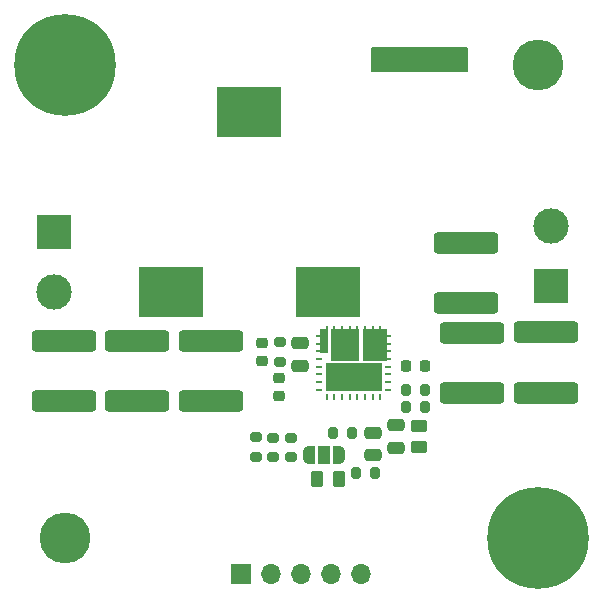
<source format=gts>
%TF.GenerationSoftware,KiCad,Pcbnew,7.0.1-3b83917a11~172~ubuntu22.10.1*%
%TF.CreationDate,2023-09-26T16:25:11+02:00*%
%TF.ProjectId,MIC28517,4d494332-3835-4313-972e-6b696361645f,rev?*%
%TF.SameCoordinates,Original*%
%TF.FileFunction,Soldermask,Top*%
%TF.FilePolarity,Negative*%
%FSLAX46Y46*%
G04 Gerber Fmt 4.6, Leading zero omitted, Abs format (unit mm)*
G04 Created by KiCad (PCBNEW 7.0.1-3b83917a11~172~ubuntu22.10.1) date 2023-09-26 16:25:11*
%MOMM*%
%LPD*%
G01*
G04 APERTURE LIST*
G04 Aperture macros list*
%AMRoundRect*
0 Rectangle with rounded corners*
0 $1 Rounding radius*
0 $2 $3 $4 $5 $6 $7 $8 $9 X,Y pos of 4 corners*
0 Add a 4 corners polygon primitive as box body*
4,1,4,$2,$3,$4,$5,$6,$7,$8,$9,$2,$3,0*
0 Add four circle primitives for the rounded corners*
1,1,$1+$1,$2,$3*
1,1,$1+$1,$4,$5*
1,1,$1+$1,$6,$7*
1,1,$1+$1,$8,$9*
0 Add four rect primitives between the rounded corners*
20,1,$1+$1,$2,$3,$4,$5,0*
20,1,$1+$1,$4,$5,$6,$7,0*
20,1,$1+$1,$6,$7,$8,$9,0*
20,1,$1+$1,$8,$9,$2,$3,0*%
%AMFreePoly0*
4,1,19,0.550000,-0.750000,0.000000,-0.750000,0.000000,-0.744911,-0.071157,-0.744911,-0.207708,-0.704816,-0.327430,-0.627875,-0.420627,-0.520320,-0.479746,-0.390866,-0.500000,-0.250000,-0.500000,0.250000,-0.479746,0.390866,-0.420627,0.520320,-0.327430,0.627875,-0.207708,0.704816,-0.071157,0.744911,0.000000,0.744911,0.000000,0.750000,0.550000,0.750000,0.550000,-0.750000,0.550000,-0.750000,
$1*%
%AMFreePoly1*
4,1,19,0.000000,0.744911,0.071157,0.744911,0.207708,0.704816,0.327430,0.627875,0.420627,0.520320,0.479746,0.390866,0.500000,0.250000,0.500000,-0.250000,0.479746,-0.390866,0.420627,-0.520320,0.327430,-0.627875,0.207708,-0.704816,0.071157,-0.744911,0.000000,-0.744911,0.000000,-0.750000,-0.550000,-0.750000,-0.550000,0.750000,0.000000,0.750000,0.000000,0.744911,0.000000,0.744911,
$1*%
G04 Aperture macros list end*
%ADD10C,0.150000*%
%ADD11FreePoly0,180.000000*%
%ADD12R,1.000000X1.500000*%
%ADD13FreePoly1,180.000000*%
%ADD14RoundRect,0.200000X-0.200000X-0.275000X0.200000X-0.275000X0.200000X0.275000X-0.200000X0.275000X0*%
%ADD15RoundRect,0.200000X-0.275000X0.200000X-0.275000X-0.200000X0.275000X-0.200000X0.275000X0.200000X0*%
%ADD16RoundRect,0.200000X0.200000X0.275000X-0.200000X0.275000X-0.200000X-0.275000X0.200000X-0.275000X0*%
%ADD17RoundRect,0.200000X0.275000X-0.200000X0.275000X0.200000X-0.275000X0.200000X-0.275000X-0.200000X0*%
%ADD18C,8.600000*%
%ADD19C,0.900000*%
%ADD20C,4.300000*%
%ADD21R,0.609600X0.254000*%
%ADD22R,0.254000X0.609600*%
%ADD23R,4.851400X2.362200*%
%ADD24R,2.133600X2.692400*%
%ADD25R,2.387600X2.692400*%
%ADD26R,0.762000X2.032000*%
%ADD27RoundRect,0.250000X0.450000X-0.262500X0.450000X0.262500X-0.450000X0.262500X-0.450000X-0.262500X0*%
%ADD28RoundRect,0.250000X0.262500X0.450000X-0.262500X0.450000X-0.262500X-0.450000X0.262500X-0.450000X0*%
%ADD29R,5.500000X4.250000*%
%ADD30R,3.000000X3.000000*%
%ADD31C,3.000000*%
%ADD32R,1.700000X1.700000*%
%ADD33O,1.700000X1.700000*%
%ADD34RoundRect,0.250000X-2.450000X0.650000X-2.450000X-0.650000X2.450000X-0.650000X2.450000X0.650000X0*%
%ADD35RoundRect,0.250000X-0.475000X0.250000X-0.475000X-0.250000X0.475000X-0.250000X0.475000X0.250000X0*%
%ADD36RoundRect,0.250000X2.450000X-0.650000X2.450000X0.650000X-2.450000X0.650000X-2.450000X-0.650000X0*%
%ADD37RoundRect,0.250000X0.475000X-0.250000X0.475000X0.250000X-0.475000X0.250000X-0.475000X-0.250000X0*%
%ADD38RoundRect,0.225000X-0.250000X0.225000X-0.250000X-0.225000X0.250000X-0.225000X0.250000X0.225000X0*%
%ADD39RoundRect,0.225000X0.250000X-0.225000X0.250000X0.225000X-0.250000X0.225000X-0.250000X-0.225000X0*%
%ADD40RoundRect,0.225000X-0.225000X-0.250000X0.225000X-0.250000X0.225000X0.250000X-0.225000X0.250000X0*%
G04 APERTURE END LIST*
D10*
X181000000Y-53500000D02*
X189000000Y-53500000D01*
X189000000Y-55500000D01*
X181000000Y-55500000D01*
X181000000Y-53500000D01*
G36*
X181000000Y-53500000D02*
G01*
X189000000Y-53500000D01*
X189000000Y-55500000D01*
X181000000Y-55500000D01*
X181000000Y-53500000D01*
G37*
D11*
%TO.C,JP1*%
X178225000Y-87975000D03*
D12*
X176925000Y-87975000D03*
D13*
X175625000Y-87975000D03*
%TD*%
D14*
%TO.C,R10*%
X177675000Y-86125000D03*
X179325000Y-86125000D03*
%TD*%
D15*
%TO.C,R9*%
X173150000Y-78425000D03*
X173150000Y-80075000D03*
%TD*%
D16*
%TO.C,R8*%
X185500000Y-83950000D03*
X183850000Y-83950000D03*
%TD*%
%TO.C,R7*%
X185500000Y-82475000D03*
X183850000Y-82475000D03*
%TD*%
D15*
%TO.C,R5*%
X174100000Y-86512500D03*
X174100000Y-88162500D03*
%TD*%
D17*
%TO.C,R3*%
X172625000Y-88162500D03*
X172625000Y-86512500D03*
%TD*%
%TO.C,R2*%
X171125000Y-88150000D03*
X171125000Y-86500000D03*
%TD*%
D14*
%TO.C,R1*%
X179600000Y-89525000D03*
X181250000Y-89525000D03*
%TD*%
D18*
%TO.C,H4*%
X155000000Y-55000000D03*
D19*
X155000000Y-58225000D03*
X152719581Y-57280419D03*
X157280419Y-52719581D03*
X157280419Y-57280419D03*
X151775000Y-55000000D03*
X152719581Y-52719581D03*
X155000000Y-51775000D03*
X158225000Y-55000000D03*
%TD*%
D20*
%TO.C,H3*%
X195000000Y-55000000D03*
%TD*%
D18*
%TO.C,H2*%
X195000000Y-95000000D03*
D19*
X195000000Y-98225000D03*
X192719581Y-97280419D03*
X197280419Y-92719581D03*
X197280419Y-97280419D03*
X191775000Y-95000000D03*
X192719581Y-92719581D03*
X195000000Y-91775000D03*
X198225000Y-95000000D03*
%TD*%
D20*
%TO.C,H1*%
X155000000Y-95000000D03*
%TD*%
D21*
%TO.C,U1*%
X182320600Y-82449999D03*
X182320600Y-81800001D03*
X182320600Y-81149999D03*
X182320600Y-80500001D03*
X182320600Y-79849999D03*
X182320600Y-79200001D03*
X182320600Y-78549999D03*
X182320600Y-77900001D03*
D22*
X181699999Y-77279400D03*
X181050001Y-77279400D03*
X180399999Y-77279400D03*
X179750001Y-77279400D03*
X179099999Y-77279400D03*
X178450001Y-77279400D03*
X177799999Y-77279400D03*
X177150001Y-77279400D03*
D21*
X176529400Y-77900001D03*
X176529400Y-78549999D03*
X176529400Y-79200001D03*
X176529400Y-79849999D03*
X176529400Y-80500001D03*
X176529400Y-81149999D03*
X176529400Y-81800001D03*
X176529400Y-82449999D03*
D22*
X177150001Y-83070600D03*
X177799999Y-83070600D03*
X178450001Y-83070600D03*
X179099999Y-83070600D03*
X179750001Y-83070600D03*
X180399999Y-83070600D03*
X181050001Y-83070600D03*
X181699999Y-83070600D03*
D23*
X179425000Y-81420000D03*
D24*
X181205000Y-78680000D03*
D25*
X178730000Y-78680000D03*
D26*
X176950000Y-78355000D03*
%TD*%
D27*
%TO.C,R6*%
X184950000Y-87312500D03*
X184950000Y-85487500D03*
%TD*%
D28*
%TO.C,R4*%
X176350000Y-90025000D03*
X178175000Y-90025000D03*
%TD*%
D29*
%TO.C,L1*%
X163925000Y-74225000D03*
X177225000Y-74225000D03*
X170575000Y-58975000D03*
%TD*%
D30*
%TO.C,J3*%
X154025000Y-69110000D03*
D31*
X154025000Y-74190000D03*
%TD*%
D30*
%TO.C,J2*%
X196100000Y-73640000D03*
D31*
X196100000Y-68560000D03*
%TD*%
D32*
%TO.C,J1*%
X169900000Y-98100000D03*
D33*
X172440000Y-98100000D03*
X174980000Y-98100000D03*
X177520000Y-98100000D03*
X180060000Y-98100000D03*
%TD*%
D34*
%TO.C,C14*%
X189425000Y-77625000D03*
X189425000Y-82725000D03*
%TD*%
%TO.C,C13*%
X195700000Y-82700000D03*
X195700000Y-77600000D03*
%TD*%
D35*
%TO.C,C12*%
X183000000Y-85450000D03*
X183000000Y-87350000D03*
%TD*%
D36*
%TO.C,C11*%
X188900000Y-75150000D03*
X188900000Y-70050000D03*
%TD*%
D34*
%TO.C,C10*%
X154875000Y-78325000D03*
X154875000Y-83425000D03*
%TD*%
D37*
%TO.C,C9*%
X174875000Y-80425000D03*
X174875000Y-78525000D03*
%TD*%
D34*
%TO.C,C8*%
X161075000Y-78325000D03*
X161075000Y-83425000D03*
%TD*%
D38*
%TO.C,C7*%
X171625000Y-80025000D03*
X171625000Y-78475000D03*
%TD*%
D34*
%TO.C,C6*%
X167375000Y-78325000D03*
X167375000Y-83425000D03*
%TD*%
D39*
%TO.C,C4*%
X173125000Y-83025000D03*
X173125000Y-81475000D03*
%TD*%
D40*
%TO.C,C2*%
X183900000Y-80425000D03*
X185450000Y-80425000D03*
%TD*%
D35*
%TO.C,C1*%
X181025000Y-86125000D03*
X181025000Y-88025000D03*
%TD*%
M02*

</source>
